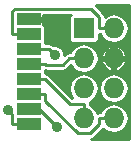
<source format=gtl>
G04 #@! TF.FileFunction,Copper,L1,Top,Signal*
%FSLAX46Y46*%
G04 Gerber Fmt 4.6, Leading zero omitted, Abs format (unit mm)*
G04 Created by KiCad (PCBNEW 4.0.4-stable) date Monday 13 March 2017 'à' 21:29:09*
%MOMM*%
%LPD*%
G01*
G04 APERTURE LIST*
%ADD10C,0.100000*%
%ADD11R,1.727200X1.727200*%
%ADD12O,1.727200X1.727200*%
%ADD13R,2.000000X1.000000*%
%ADD14C,0.889000*%
%ADD15C,0.254000*%
G04 APERTURE END LIST*
D10*
D11*
X61400000Y-36350000D03*
D12*
X63940000Y-36350000D03*
X61400000Y-38890000D03*
X63940000Y-38890000D03*
X61400000Y-41430000D03*
X63940000Y-41430000D03*
X61400000Y-43970000D03*
X63940000Y-43970000D03*
D13*
X56740000Y-44450000D03*
X56740000Y-43180000D03*
X56740000Y-41910000D03*
X56740000Y-40640000D03*
X56740000Y-39370000D03*
X56740000Y-38100000D03*
X56740000Y-36830000D03*
X56740000Y-35560000D03*
D14*
X55018600Y-43290000D03*
X58921200Y-38583500D03*
X59161200Y-44715800D03*
D15*
X56740000Y-44450000D02*
X55358700Y-44450000D01*
X55358700Y-43630100D02*
X55018600Y-43290000D01*
X55358700Y-44450000D02*
X55358700Y-43630100D01*
X62695100Y-38374200D02*
X62695100Y-38890000D01*
X61915900Y-37595000D02*
X62695100Y-38374200D01*
X60156300Y-37595000D02*
X61915900Y-37595000D01*
X58121300Y-35560000D02*
X60156300Y-37595000D01*
X56740000Y-35560000D02*
X58121300Y-35560000D01*
X63940000Y-38890000D02*
X62695100Y-38890000D01*
X61400000Y-38890000D02*
X60155100Y-38890000D01*
X59635800Y-39409300D02*
X60155100Y-38890000D01*
X58160600Y-39409300D02*
X59635800Y-39409300D01*
X58121300Y-39370000D02*
X58160600Y-39409300D01*
X56740000Y-39370000D02*
X58121300Y-39370000D01*
X58437700Y-38100000D02*
X58921200Y-38583500D01*
X56740000Y-38100000D02*
X58437700Y-38100000D01*
X57625400Y-43180000D02*
X59161200Y-44715800D01*
X56740000Y-43180000D02*
X57625400Y-43180000D01*
X60206400Y-42725100D02*
X61400000Y-42725100D01*
X58121300Y-40640000D02*
X60206400Y-42725100D01*
X56740000Y-40640000D02*
X58121300Y-40640000D01*
X61400000Y-43970000D02*
X61400000Y-42725100D01*
X62695100Y-44485800D02*
X62695100Y-43970000D01*
X61957100Y-45223800D02*
X62695100Y-44485800D01*
X60879600Y-45223800D02*
X61957100Y-45223800D01*
X58121300Y-42465500D02*
X60879600Y-45223800D01*
X58121300Y-41910000D02*
X58121300Y-42465500D01*
X56740000Y-41910000D02*
X58121300Y-41910000D01*
X63940000Y-43970000D02*
X62695100Y-43970000D01*
X62695100Y-35378500D02*
X62695100Y-36350000D01*
X61995200Y-34678600D02*
X62695100Y-35378500D01*
X55552000Y-34678600D02*
X61995200Y-34678600D01*
X55358700Y-34871900D02*
X55552000Y-34678600D01*
X55358700Y-36830000D02*
X55358700Y-34871900D01*
X56740000Y-36830000D02*
X55358700Y-36830000D01*
X63940000Y-36350000D02*
X62695100Y-36350000D01*
G36*
X65221400Y-45721400D02*
X62009385Y-45721400D01*
X62151503Y-45693131D01*
X62316310Y-45583010D01*
X63045891Y-44853430D01*
X63059935Y-44874448D01*
X63463712Y-45144243D01*
X63940000Y-45238983D01*
X64416288Y-45144243D01*
X64820065Y-44874448D01*
X65089860Y-44470671D01*
X65184600Y-43994383D01*
X65184600Y-43945617D01*
X65089860Y-43469329D01*
X64820065Y-43065552D01*
X64416288Y-42795757D01*
X63940000Y-42701017D01*
X63463712Y-42795757D01*
X63059935Y-43065552D01*
X62795037Y-43462000D01*
X62695100Y-43462000D01*
X62553986Y-43490069D01*
X62549860Y-43469329D01*
X62280065Y-43065552D01*
X61908000Y-42816946D01*
X61908000Y-42725100D01*
X61883060Y-42599718D01*
X62280065Y-42334448D01*
X62549860Y-41930671D01*
X62644600Y-41454383D01*
X62644600Y-41405617D01*
X62695400Y-41405617D01*
X62695400Y-41454383D01*
X62790140Y-41930671D01*
X63059935Y-42334448D01*
X63463712Y-42604243D01*
X63940000Y-42698983D01*
X64416288Y-42604243D01*
X64820065Y-42334448D01*
X65089860Y-41930671D01*
X65184600Y-41454383D01*
X65184600Y-41405617D01*
X65089860Y-40929329D01*
X64820065Y-40525552D01*
X64416288Y-40255757D01*
X63940000Y-40161017D01*
X63463712Y-40255757D01*
X63059935Y-40525552D01*
X62790140Y-40929329D01*
X62695400Y-41405617D01*
X62644600Y-41405617D01*
X62549860Y-40929329D01*
X62280065Y-40525552D01*
X61876288Y-40255757D01*
X61400000Y-40161017D01*
X60923712Y-40255757D01*
X60519935Y-40525552D01*
X60250140Y-40929329D01*
X60155400Y-41405617D01*
X60155400Y-41454383D01*
X60250140Y-41930671D01*
X60441526Y-42217100D01*
X60416820Y-42217100D01*
X58480510Y-40280790D01*
X58315703Y-40170669D01*
X58127179Y-40133169D01*
X58102129Y-40000045D01*
X58120501Y-39909324D01*
X58160600Y-39917300D01*
X59635800Y-39917300D01*
X59830203Y-39878631D01*
X59995010Y-39768510D01*
X60299290Y-39464230D01*
X60519935Y-39794448D01*
X60923712Y-40064243D01*
X61400000Y-40158983D01*
X61876288Y-40064243D01*
X62280065Y-39794448D01*
X62549860Y-39390671D01*
X62590743Y-39185137D01*
X62888419Y-39185137D01*
X63081410Y-39565094D01*
X63405114Y-39842274D01*
X63644865Y-39941568D01*
X63813000Y-39917229D01*
X63813000Y-39017000D01*
X64067000Y-39017000D01*
X64067000Y-39917229D01*
X64235135Y-39941568D01*
X64474886Y-39842274D01*
X64798590Y-39565094D01*
X64991581Y-39185137D01*
X64967654Y-39017000D01*
X64067000Y-39017000D01*
X63813000Y-39017000D01*
X62912346Y-39017000D01*
X62888419Y-39185137D01*
X62590743Y-39185137D01*
X62644600Y-38914383D01*
X62644600Y-38865617D01*
X62590744Y-38594863D01*
X62888419Y-38594863D01*
X62912346Y-38763000D01*
X63813000Y-38763000D01*
X63813000Y-37862771D01*
X64067000Y-37862771D01*
X64067000Y-38763000D01*
X64967654Y-38763000D01*
X64991581Y-38594863D01*
X64798590Y-38214906D01*
X64474886Y-37937726D01*
X64235135Y-37838432D01*
X64067000Y-37862771D01*
X63813000Y-37862771D01*
X63644865Y-37838432D01*
X63405114Y-37937726D01*
X63081410Y-38214906D01*
X62888419Y-38594863D01*
X62590744Y-38594863D01*
X62549860Y-38389329D01*
X62280065Y-37985552D01*
X61876288Y-37715757D01*
X61400000Y-37621017D01*
X60923712Y-37715757D01*
X60519935Y-37985552D01*
X60255037Y-38382000D01*
X60155100Y-38382000D01*
X59960696Y-38420669D01*
X59795890Y-38530790D01*
X59746704Y-38579976D01*
X59746843Y-38420018D01*
X59621433Y-38116502D01*
X59389419Y-37884083D01*
X59086123Y-37758143D01*
X58814026Y-37757906D01*
X58796910Y-37740790D01*
X58632103Y-37630669D01*
X58437700Y-37592000D01*
X58126959Y-37592000D01*
X58102129Y-37460045D01*
X58128464Y-37330000D01*
X58128464Y-36330000D01*
X58101897Y-36188810D01*
X58018454Y-36059135D01*
X57968600Y-36025071D01*
X57968600Y-35744150D01*
X57911450Y-35687000D01*
X56867000Y-35687000D01*
X56867000Y-35707000D01*
X56613000Y-35707000D01*
X56613000Y-35687000D01*
X56593000Y-35687000D01*
X56593000Y-35433000D01*
X56613000Y-35433000D01*
X56613000Y-35413000D01*
X56867000Y-35413000D01*
X56867000Y-35433000D01*
X57911450Y-35433000D01*
X57968600Y-35375850D01*
X57968600Y-35186600D01*
X60298708Y-35186600D01*
X60265535Y-35207946D01*
X60178541Y-35335266D01*
X60147936Y-35486400D01*
X60147936Y-37213600D01*
X60174503Y-37354790D01*
X60257946Y-37484465D01*
X60385266Y-37571459D01*
X60536400Y-37602064D01*
X62263600Y-37602064D01*
X62404790Y-37575497D01*
X62534465Y-37492054D01*
X62621459Y-37364734D01*
X62652064Y-37213600D01*
X62652064Y-36849440D01*
X62695100Y-36858000D01*
X62795037Y-36858000D01*
X63059935Y-37254448D01*
X63463712Y-37524243D01*
X63940000Y-37618983D01*
X64416288Y-37524243D01*
X64820065Y-37254448D01*
X65089860Y-36850671D01*
X65184600Y-36374383D01*
X65184600Y-36325617D01*
X65089860Y-35849329D01*
X64820065Y-35445552D01*
X64416288Y-35175757D01*
X63940000Y-35081017D01*
X63463712Y-35175757D01*
X63198077Y-35353248D01*
X63194500Y-35335266D01*
X63164431Y-35184096D01*
X63054310Y-35019290D01*
X62413620Y-34378600D01*
X65221400Y-34378600D01*
X65221400Y-45721400D01*
X65221400Y-45721400D01*
G37*
X65221400Y-45721400D02*
X62009385Y-45721400D01*
X62151503Y-45693131D01*
X62316310Y-45583010D01*
X63045891Y-44853430D01*
X63059935Y-44874448D01*
X63463712Y-45144243D01*
X63940000Y-45238983D01*
X64416288Y-45144243D01*
X64820065Y-44874448D01*
X65089860Y-44470671D01*
X65184600Y-43994383D01*
X65184600Y-43945617D01*
X65089860Y-43469329D01*
X64820065Y-43065552D01*
X64416288Y-42795757D01*
X63940000Y-42701017D01*
X63463712Y-42795757D01*
X63059935Y-43065552D01*
X62795037Y-43462000D01*
X62695100Y-43462000D01*
X62553986Y-43490069D01*
X62549860Y-43469329D01*
X62280065Y-43065552D01*
X61908000Y-42816946D01*
X61908000Y-42725100D01*
X61883060Y-42599718D01*
X62280065Y-42334448D01*
X62549860Y-41930671D01*
X62644600Y-41454383D01*
X62644600Y-41405617D01*
X62695400Y-41405617D01*
X62695400Y-41454383D01*
X62790140Y-41930671D01*
X63059935Y-42334448D01*
X63463712Y-42604243D01*
X63940000Y-42698983D01*
X64416288Y-42604243D01*
X64820065Y-42334448D01*
X65089860Y-41930671D01*
X65184600Y-41454383D01*
X65184600Y-41405617D01*
X65089860Y-40929329D01*
X64820065Y-40525552D01*
X64416288Y-40255757D01*
X63940000Y-40161017D01*
X63463712Y-40255757D01*
X63059935Y-40525552D01*
X62790140Y-40929329D01*
X62695400Y-41405617D01*
X62644600Y-41405617D01*
X62549860Y-40929329D01*
X62280065Y-40525552D01*
X61876288Y-40255757D01*
X61400000Y-40161017D01*
X60923712Y-40255757D01*
X60519935Y-40525552D01*
X60250140Y-40929329D01*
X60155400Y-41405617D01*
X60155400Y-41454383D01*
X60250140Y-41930671D01*
X60441526Y-42217100D01*
X60416820Y-42217100D01*
X58480510Y-40280790D01*
X58315703Y-40170669D01*
X58127179Y-40133169D01*
X58102129Y-40000045D01*
X58120501Y-39909324D01*
X58160600Y-39917300D01*
X59635800Y-39917300D01*
X59830203Y-39878631D01*
X59995010Y-39768510D01*
X60299290Y-39464230D01*
X60519935Y-39794448D01*
X60923712Y-40064243D01*
X61400000Y-40158983D01*
X61876288Y-40064243D01*
X62280065Y-39794448D01*
X62549860Y-39390671D01*
X62590743Y-39185137D01*
X62888419Y-39185137D01*
X63081410Y-39565094D01*
X63405114Y-39842274D01*
X63644865Y-39941568D01*
X63813000Y-39917229D01*
X63813000Y-39017000D01*
X64067000Y-39017000D01*
X64067000Y-39917229D01*
X64235135Y-39941568D01*
X64474886Y-39842274D01*
X64798590Y-39565094D01*
X64991581Y-39185137D01*
X64967654Y-39017000D01*
X64067000Y-39017000D01*
X63813000Y-39017000D01*
X62912346Y-39017000D01*
X62888419Y-39185137D01*
X62590743Y-39185137D01*
X62644600Y-38914383D01*
X62644600Y-38865617D01*
X62590744Y-38594863D01*
X62888419Y-38594863D01*
X62912346Y-38763000D01*
X63813000Y-38763000D01*
X63813000Y-37862771D01*
X64067000Y-37862771D01*
X64067000Y-38763000D01*
X64967654Y-38763000D01*
X64991581Y-38594863D01*
X64798590Y-38214906D01*
X64474886Y-37937726D01*
X64235135Y-37838432D01*
X64067000Y-37862771D01*
X63813000Y-37862771D01*
X63644865Y-37838432D01*
X63405114Y-37937726D01*
X63081410Y-38214906D01*
X62888419Y-38594863D01*
X62590744Y-38594863D01*
X62549860Y-38389329D01*
X62280065Y-37985552D01*
X61876288Y-37715757D01*
X61400000Y-37621017D01*
X60923712Y-37715757D01*
X60519935Y-37985552D01*
X60255037Y-38382000D01*
X60155100Y-38382000D01*
X59960696Y-38420669D01*
X59795890Y-38530790D01*
X59746704Y-38579976D01*
X59746843Y-38420018D01*
X59621433Y-38116502D01*
X59389419Y-37884083D01*
X59086123Y-37758143D01*
X58814026Y-37757906D01*
X58796910Y-37740790D01*
X58632103Y-37630669D01*
X58437700Y-37592000D01*
X58126959Y-37592000D01*
X58102129Y-37460045D01*
X58128464Y-37330000D01*
X58128464Y-36330000D01*
X58101897Y-36188810D01*
X58018454Y-36059135D01*
X57968600Y-36025071D01*
X57968600Y-35744150D01*
X57911450Y-35687000D01*
X56867000Y-35687000D01*
X56867000Y-35707000D01*
X56613000Y-35707000D01*
X56613000Y-35687000D01*
X56593000Y-35687000D01*
X56593000Y-35433000D01*
X56613000Y-35433000D01*
X56613000Y-35413000D01*
X56867000Y-35413000D01*
X56867000Y-35433000D01*
X57911450Y-35433000D01*
X57968600Y-35375850D01*
X57968600Y-35186600D01*
X60298708Y-35186600D01*
X60265535Y-35207946D01*
X60178541Y-35335266D01*
X60147936Y-35486400D01*
X60147936Y-37213600D01*
X60174503Y-37354790D01*
X60257946Y-37484465D01*
X60385266Y-37571459D01*
X60536400Y-37602064D01*
X62263600Y-37602064D01*
X62404790Y-37575497D01*
X62534465Y-37492054D01*
X62621459Y-37364734D01*
X62652064Y-37213600D01*
X62652064Y-36849440D01*
X62695100Y-36858000D01*
X62795037Y-36858000D01*
X63059935Y-37254448D01*
X63463712Y-37524243D01*
X63940000Y-37618983D01*
X64416288Y-37524243D01*
X64820065Y-37254448D01*
X65089860Y-36850671D01*
X65184600Y-36374383D01*
X65184600Y-36325617D01*
X65089860Y-35849329D01*
X64820065Y-35445552D01*
X64416288Y-35175757D01*
X63940000Y-35081017D01*
X63463712Y-35175757D01*
X63198077Y-35353248D01*
X63194500Y-35335266D01*
X63164431Y-35184096D01*
X63054310Y-35019290D01*
X62413620Y-34378600D01*
X65221400Y-34378600D01*
X65221400Y-45721400D01*
M02*

</source>
